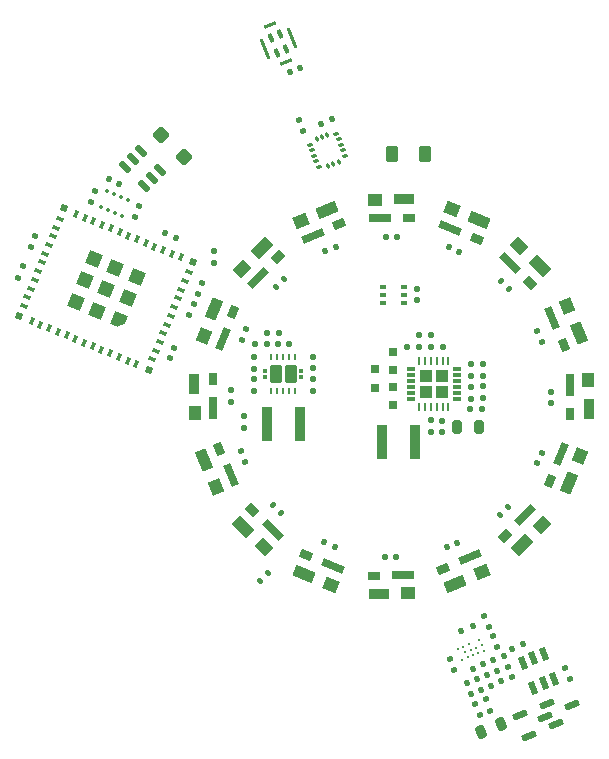
<source format=gtp>
%TF.GenerationSoftware,KiCad,Pcbnew,7.0.7*%
%TF.CreationDate,2023-09-11T21:54:18+02:00*%
%TF.ProjectId,blinkekatze,626c696e-6b65-46b6-9174-7a652e6b6963,rev?*%
%TF.SameCoordinates,Original*%
%TF.FileFunction,Paste,Top*%
%TF.FilePolarity,Positive*%
%FSLAX46Y46*%
G04 Gerber Fmt 4.6, Leading zero omitted, Abs format (unit mm)*
G04 Created by KiCad (PCBNEW 7.0.7) date 2023-09-11 21:54:18*
%MOMM*%
%LPD*%
G01*
G04 APERTURE LIST*
G04 Aperture macros list*
%AMRoundRect*
0 Rectangle with rounded corners*
0 $1 Rounding radius*
0 $2 $3 $4 $5 $6 $7 $8 $9 X,Y pos of 4 corners*
0 Add a 4 corners polygon primitive as box body*
4,1,4,$2,$3,$4,$5,$6,$7,$8,$9,$2,$3,0*
0 Add four circle primitives for the rounded corners*
1,1,$1+$1,$2,$3*
1,1,$1+$1,$4,$5*
1,1,$1+$1,$6,$7*
1,1,$1+$1,$8,$9*
0 Add four rect primitives between the rounded corners*
20,1,$1+$1,$2,$3,$4,$5,0*
20,1,$1+$1,$4,$5,$6,$7,0*
20,1,$1+$1,$6,$7,$8,$9,0*
20,1,$1+$1,$8,$9,$2,$3,0*%
%AMRotRect*
0 Rectangle, with rotation*
0 The origin of the aperture is its center*
0 $1 length*
0 $2 width*
0 $3 Rotation angle, in degrees counterclockwise*
0 Add horizontal line*
21,1,$1,$2,0,0,$3*%
%AMFreePoly0*
4,1,6,0.580000,-0.580000,-0.580000,-0.580000,-0.580000,0.084940,-0.084940,0.580000,0.580000,0.580000,0.580000,-0.580000,0.580000,-0.580000,$1*%
%AMFreePoly1*
4,1,5,0.280000,-0.280000,-0.280000,-0.280000,-0.280000,0.280000,0.280000,0.280000,0.280000,-0.280000,0.280000,-0.280000,$1*%
G04 Aperture macros list end*
%ADD10RotRect,1.040000X0.720000X45.000000*%
%ADD11RotRect,1.760000X0.960000X45.000000*%
%ADD12RotRect,1.200000X1.040000X45.000000*%
%ADD13RotRect,1.920000X0.640000X45.000000*%
%ADD14R,1.040000X0.720000*%
%ADD15R,1.760000X0.960000*%
%ADD16R,1.200000X1.040000*%
%ADD17R,1.920000X0.640000*%
%ADD18RotRect,1.040000X0.720000X67.500000*%
%ADD19RotRect,1.760000X0.960000X67.500000*%
%ADD20RotRect,1.200000X1.040000X67.500000*%
%ADD21RotRect,1.920000X0.640000X67.500000*%
%ADD22RotRect,1.040000X0.720000X22.500000*%
%ADD23RotRect,1.760000X0.960000X22.500000*%
%ADD24RotRect,1.200000X1.040000X22.500000*%
%ADD25RotRect,1.920000X0.640000X22.500000*%
%ADD26RotRect,1.040000X0.720000X247.500000*%
%ADD27RotRect,1.760000X0.960000X247.500000*%
%ADD28RotRect,1.200000X1.040000X247.500000*%
%ADD29RotRect,1.920000X0.640000X247.500000*%
%ADD30RotRect,1.040000X0.720000X337.500000*%
%ADD31RotRect,1.760000X0.960000X337.500000*%
%ADD32RotRect,1.200000X1.040000X337.500000*%
%ADD33RotRect,1.920000X0.640000X337.500000*%
%ADD34RotRect,1.040000X0.720000X202.500000*%
%ADD35RotRect,1.760000X0.960000X202.500000*%
%ADD36RotRect,1.200000X1.040000X202.500000*%
%ADD37RotRect,1.920000X0.640000X202.500000*%
%ADD38RotRect,1.040000X0.720000X157.500000*%
%ADD39RotRect,1.760000X0.960000X157.500000*%
%ADD40RotRect,1.200000X1.040000X157.500000*%
%ADD41RotRect,1.920000X0.640000X157.500000*%
%ADD42RotRect,1.040000X0.720000X225.000000*%
%ADD43RotRect,1.760000X0.960000X225.000000*%
%ADD44RotRect,1.200000X1.040000X225.000000*%
%ADD45RotRect,1.920000X0.640000X225.000000*%
%ADD46RotRect,1.040000X0.720000X292.500000*%
%ADD47RotRect,1.760000X0.960000X292.500000*%
%ADD48RotRect,1.200000X1.040000X292.500000*%
%ADD49RotRect,1.920000X0.640000X292.500000*%
%ADD50RotRect,1.040000X0.720000X135.000000*%
%ADD51RotRect,1.760000X0.960000X135.000000*%
%ADD52RotRect,1.200000X1.040000X135.000000*%
%ADD53RotRect,1.920000X0.640000X135.000000*%
%ADD54R,0.720000X1.040000*%
%ADD55R,0.960000X1.760000*%
%ADD56R,1.040000X1.200000*%
%ADD57R,0.640000X1.920000*%
%ADD58RotRect,1.040000X0.720000X315.000000*%
%ADD59RotRect,1.760000X0.960000X315.000000*%
%ADD60RotRect,1.200000X1.040000X315.000000*%
%ADD61RotRect,1.920000X0.640000X315.000000*%
%ADD62RotRect,1.040000X0.720000X112.500000*%
%ADD63RotRect,1.760000X0.960000X112.500000*%
%ADD64RotRect,1.200000X1.040000X112.500000*%
%ADD65RotRect,1.920000X0.640000X112.500000*%
%ADD66RoundRect,0.081000X0.213341X-0.057754X0.110017X0.191693X-0.213341X0.057754X-0.110017X-0.191693X0*%
%ADD67RoundRect,0.032500X-0.132089X-0.171070X0.214366X-0.027564X0.132089X0.171070X-0.214366X0.027564X0*%
%ADD68RoundRect,0.052500X-0.016740X-0.188235X0.144939X-0.121265X0.016740X0.188235X-0.144939X0.121265X0*%
%ADD69RotRect,0.280000X0.280000X157.500000*%
%ADD70R,0.960000X2.960000*%
%ADD71RoundRect,0.010000X0.250000X0.110000X-0.250000X0.110000X-0.250000X-0.110000X0.250000X-0.110000X0*%
%ADD72RoundRect,0.081000X0.135000X0.175000X-0.135000X0.175000X-0.135000X-0.175000X0.135000X-0.175000X0*%
%ADD73RoundRect,0.084000X0.192103X0.097941X-0.066583X0.205092X-0.192103X-0.097941X0.066583X-0.205092X0*%
%ADD74RoundRect,0.135000X0.245000X-0.225000X0.245000X0.225000X-0.245000X0.225000X-0.245000X-0.225000X0*%
%ADD75RoundRect,0.084000X0.205092X-0.066583X0.097941X0.192103X-0.205092X0.066583X-0.097941X-0.192103X0*%
%ADD76RoundRect,0.110000X-0.622254X0.014142X0.014142X-0.622254X0.622254X-0.014142X-0.014142X0.622254X0*%
%ADD77RoundRect,0.084000X-0.164000X0.140000X-0.164000X-0.140000X0.164000X-0.140000X0.164000X0.140000X0*%
%ADD78RoundRect,0.084000X-0.140000X-0.164000X0.140000X-0.164000X0.140000X0.164000X-0.140000X0.164000X0*%
%ADD79RoundRect,0.084000X-0.214960X-0.016971X-0.016971X-0.214960X0.214960X0.016971X0.016971X0.214960X0*%
%ADD80RoundRect,0.081000X-0.110017X0.191693X-0.213341X-0.057754X0.110017X-0.191693X0.213341X0.057754X0*%
%ADD81RoundRect,0.084000X0.066583X0.205092X-0.192103X0.097941X-0.066583X-0.205092X0.192103X-0.097941X0*%
%ADD82RoundRect,0.084000X-0.192103X-0.097941X0.066583X-0.205092X0.192103X0.097941X-0.066583X0.205092X0*%
%ADD83RoundRect,0.150000X-0.250000X-0.430000X0.250000X-0.430000X0.250000X0.430000X-0.250000X0.430000X0*%
%ADD84RoundRect,0.084000X0.016971X-0.214960X0.214960X-0.016971X-0.016971X0.214960X-0.214960X0.016971X0*%
%ADD85RoundRect,0.084000X-0.097941X0.192103X-0.205092X-0.066583X0.097941X-0.192103X0.205092X0.066583X0*%
%ADD86RoundRect,0.002500X-0.451892X-0.444248X0.633667X0.005405X0.451892X0.444248X-0.633667X-0.005405X0*%
%ADD87RoundRect,0.147500X-0.084661X-0.481555X0.400375X-0.280646X0.084661X0.481555X-0.400375X0.280646X0*%
%ADD88RoundRect,0.084000X-0.066583X-0.205092X0.192103X-0.097941X0.066583X0.205092X-0.192103X0.097941X0*%
%ADD89RoundRect,0.081000X-0.135000X-0.175000X0.135000X-0.175000X0.135000X0.175000X-0.135000X0.175000X0*%
%ADD90RoundRect,0.081000X-0.213341X0.057754X-0.110017X-0.191693X0.213341X-0.057754X0.110017X0.191693X0*%
%ADD91RoundRect,0.081000X-0.057754X-0.213341X0.191693X-0.110017X0.057754X0.213341X-0.191693X0.110017X0*%
%ADD92RoundRect,0.084000X-0.205092X0.066583X-0.097941X-0.192103X0.205092X-0.066583X0.097941X0.192103X0*%
%ADD93RoundRect,0.084000X-0.016971X0.214960X-0.214960X0.016971X0.016971X-0.214960X0.214960X-0.016971X0*%
%ADD94RoundRect,0.081000X0.175000X-0.135000X0.175000X0.135000X-0.175000X0.135000X-0.175000X-0.135000X0*%
%ADD95RoundRect,0.125000X0.375000X0.575000X-0.375000X0.575000X-0.375000X-0.575000X0.375000X-0.575000X0*%
%ADD96RoundRect,0.084000X0.164000X-0.140000X0.164000X0.140000X-0.164000X0.140000X-0.164000X-0.140000X0*%
%ADD97RoundRect,0.081000X0.057754X0.213341X-0.191693X0.110017X-0.057754X-0.213341X0.191693X-0.110017X0*%
%ADD98RoundRect,0.135000X-0.245000X0.225000X-0.245000X-0.225000X0.245000X-0.225000X0.245000X0.225000X0*%
%ADD99RoundRect,0.084000X0.140000X0.164000X-0.140000X0.164000X-0.140000X-0.164000X0.140000X-0.164000X0*%
%ADD100RoundRect,0.017500X0.401688X-0.388341X0.009438X0.558635X-0.401688X0.388341X-0.009438X-0.558635X0*%
%ADD101RotRect,0.640000X0.320000X157.500000*%
%ADD102RotRect,0.640000X0.320000X247.500000*%
%ADD103FreePoly0,157.500000*%
%ADD104RotRect,1.160000X1.160000X157.500000*%
%ADD105FreePoly1,157.500000*%
%ADD106RoundRect,0.025000X0.145000X-0.100000X0.145000X0.100000X-0.145000X0.100000X-0.145000X-0.100000X0*%
%ADD107RoundRect,0.106000X0.424000X-0.644000X0.424000X0.644000X-0.424000X0.644000X-0.424000X-0.644000X0*%
%ADD108R,0.192000X0.480000*%
%ADD109RoundRect,0.081000X-0.191693X-0.110017X0.057754X-0.213341X0.191693X0.110017X-0.057754X0.213341X0*%
%ADD110RoundRect,0.250000X0.295000X0.295000X-0.295000X0.295000X-0.295000X-0.295000X0.295000X-0.295000X0*%
%ADD111RoundRect,0.000000X0.330000X0.100000X-0.330000X0.100000X-0.330000X-0.100000X0.330000X-0.100000X0*%
%ADD112RoundRect,0.037500X0.062500X0.292500X-0.062500X0.292500X-0.062500X-0.292500X0.062500X-0.292500X0*%
%ADD113RoundRect,0.084000X0.097941X-0.192103X0.205092X0.066583X-0.097941X0.192103X-0.205092X-0.066583X0*%
%ADD114RoundRect,0.084000X0.214960X0.016971X0.016971X0.214960X-0.214960X-0.016971X-0.016971X-0.214960X0*%
%ADD115C,0.196000*%
%ADD116RotRect,0.360000X0.760000X22.500000*%
%ADD117RotRect,0.280000X1.840000X22.500000*%
%ADD118RotRect,1.040000X0.280000X22.500000*%
%ADD119RoundRect,0.017500X-0.519723X0.205061X0.205061X-0.519723X0.519723X-0.205061X-0.205061X0.519723X0*%
%ADD120RoundRect,0.081000X-0.028284X0.219203X-0.219203X0.028284X0.028284X-0.219203X0.219203X-0.028284X0*%
G04 APERTURE END LIST*
D10*
%TO.C,D15*%
X90411701Y-88190381D03*
D11*
X88997487Y-87412563D03*
D12*
X87300431Y-89180330D03*
D13*
X88714645Y-89958148D03*
%TD*%
D14*
%TO.C,D13*%
X101500000Y-84850000D03*
D15*
X101050000Y-83300000D03*
D16*
X98600000Y-83350000D03*
D17*
X99050000Y-84900000D03*
%TD*%
D18*
%TO.C,D16*%
X86609323Y-92789462D03*
D19*
X85005102Y-92612048D03*
D20*
X84113721Y-94894687D03*
D21*
X85717942Y-95072101D03*
%TD*%
D22*
%TO.C,D14*%
X95561100Y-85411272D03*
D23*
X94552195Y-84151467D03*
D24*
X92307824Y-85135235D03*
D25*
X93316730Y-86395041D03*
%TD*%
D26*
%TO.C,D8*%
X113440677Y-107160538D03*
D27*
X115044898Y-107337952D03*
D28*
X115936279Y-105055313D03*
D29*
X114332058Y-104877899D03*
%TD*%
D30*
%TO.C,D12*%
X107210538Y-86609323D03*
D31*
X107387952Y-85005102D03*
D32*
X105105313Y-84113721D03*
D33*
X104927899Y-85717942D03*
%TD*%
D34*
%TO.C,D6*%
X104388900Y-114588728D03*
D35*
X105397805Y-115848533D03*
D36*
X107642176Y-114864765D03*
D37*
X106633270Y-113604959D03*
%TD*%
D38*
%TO.C,D4*%
X92789462Y-113440677D03*
D39*
X92612048Y-115044898D03*
D40*
X94894687Y-115936279D03*
D41*
X95072101Y-114332058D03*
%TD*%
D42*
%TO.C,D7*%
X109638299Y-111809619D03*
D43*
X111052513Y-112587437D03*
D44*
X112749569Y-110819670D03*
D45*
X111335355Y-110041852D03*
%TD*%
D46*
%TO.C,D10*%
X114588728Y-95611100D03*
D47*
X115848533Y-94602195D03*
D48*
X114864765Y-92357824D03*
D49*
X113604959Y-93366730D03*
%TD*%
D50*
%TO.C,D3*%
X88190381Y-109588299D03*
D51*
X87412563Y-111002513D03*
D52*
X89180330Y-112699569D03*
D53*
X89958148Y-111285355D03*
%TD*%
D54*
%TO.C,D1*%
X84850000Y-98500000D03*
D55*
X83300000Y-98950000D03*
D56*
X83350000Y-101400000D03*
D57*
X84900000Y-100950000D03*
%TD*%
D14*
%TO.C,D5*%
X98500000Y-115150000D03*
D15*
X98950000Y-116700000D03*
D16*
X101400000Y-116650000D03*
D17*
X100950000Y-115100000D03*
%TD*%
D54*
%TO.C,D9*%
X115150000Y-101450000D03*
D55*
X116700000Y-101000000D03*
D56*
X116650000Y-98550000D03*
D57*
X115100000Y-99000000D03*
%TD*%
D58*
%TO.C,D11*%
X111759619Y-90361701D03*
D59*
X112537437Y-88947487D03*
D60*
X110769670Y-87250431D03*
D61*
X109991852Y-88664645D03*
%TD*%
D62*
%TO.C,D2*%
X85411272Y-104388900D03*
D63*
X84151467Y-105397805D03*
D64*
X85135235Y-107642176D03*
D65*
X86395041Y-106633270D03*
%TD*%
D66*
%TO.C,R6*%
X108354952Y-126567013D03*
X107964614Y-125624655D03*
%TD*%
D67*
%TO.C,U10*%
X93071128Y-78689816D03*
X93262470Y-79151755D03*
X93453812Y-79613695D03*
X93645153Y-80075635D03*
X93836495Y-80537575D03*
D68*
X94592411Y-80468002D03*
X95054351Y-80276660D03*
X95516291Y-80085319D03*
D67*
X96100000Y-79600000D03*
X95908658Y-79138061D03*
X95717316Y-78676121D03*
X95525975Y-78214181D03*
X95334633Y-77752241D03*
D68*
X94578717Y-77821814D03*
X94116777Y-78013156D03*
X93654837Y-78204497D03*
%TD*%
D69*
%TO.C,U5*%
X77173337Y-84692929D03*
X76572815Y-84444185D03*
X75972294Y-84195441D03*
X75371772Y-83946696D03*
X75926663Y-82607071D03*
X76527185Y-82855815D03*
X77127706Y-83104559D03*
X77728228Y-83353304D03*
%TD*%
D70*
%TO.C,L4*%
X92235000Y-102275000D03*
X89435000Y-102275000D03*
%TD*%
D71*
%TO.C,U7*%
X101050000Y-92050000D03*
X101050000Y-91400000D03*
X101050000Y-90750000D03*
X99250000Y-90750000D03*
X99250000Y-91400000D03*
X99250000Y-92050000D03*
%TD*%
D72*
%TO.C,R14*%
X102322502Y-95750000D03*
X101302502Y-95750000D03*
%TD*%
D73*
%TO.C,C5*%
X95186924Y-112707376D03*
X94300000Y-112340000D03*
%TD*%
D74*
%TO.C,C32*%
X100112502Y-97725000D03*
X100112502Y-96175000D03*
%TD*%
D75*
%TO.C,C26*%
X110217376Y-123736924D03*
X109850000Y-122850000D03*
%TD*%
D76*
%TO.C,C17*%
X80493655Y-77815406D03*
X82402843Y-79724594D03*
%TD*%
D77*
%TO.C,C72*%
X93334999Y-98514999D03*
X93334999Y-99474999D03*
%TD*%
D78*
%TO.C,C73*%
X90375000Y-95574999D03*
X91335000Y-95574999D03*
%TD*%
D79*
%TO.C,C12*%
X109270589Y-90170589D03*
X109949411Y-90849411D03*
%TD*%
D77*
%TO.C,C74*%
X88375000Y-98515001D03*
X88375000Y-99475001D03*
%TD*%
D80*
%TO.C,R19*%
X68765169Y-88968821D03*
X68374831Y-89911179D03*
%TD*%
D81*
%TO.C,C20*%
X107252823Y-123906239D03*
X106365899Y-124273615D03*
%TD*%
%TO.C,C68*%
X92293462Y-72166312D03*
X91406538Y-72533688D03*
%TD*%
D82*
%TO.C,C13*%
X104826538Y-87346312D03*
X105713462Y-87713688D03*
%TD*%
D83*
%TO.C,C28*%
X105512502Y-102575000D03*
X107412502Y-102575000D03*
%TD*%
D84*
%TO.C,C16*%
X90190589Y-90679411D03*
X90869411Y-90000589D03*
%TD*%
D85*
%TO.C,C9*%
X112713688Y-104736538D03*
X112346312Y-105623462D03*
%TD*%
D86*
%TO.C,Q1*%
X110904177Y-126939846D03*
X111631275Y-128695217D03*
X113000000Y-127100000D03*
%TD*%
D87*
%TO.C,R4*%
X107604997Y-128382178D03*
X109291077Y-127683780D03*
%TD*%
D88*
%TO.C,C21*%
X106710970Y-125158954D03*
X107597894Y-124791578D03*
%TD*%
D89*
%TO.C,R48*%
X88425001Y-95575000D03*
X89445001Y-95575000D03*
%TD*%
D90*
%TO.C,R9*%
X104910294Y-122170565D03*
X105300632Y-123112923D03*
%TD*%
D91*
%TO.C,R11*%
X110228821Y-121345169D03*
X111171179Y-120954831D03*
%TD*%
D92*
%TO.C,C23*%
X108571915Y-120296683D03*
X108939291Y-121183607D03*
%TD*%
D74*
%TO.C,C31*%
X98612502Y-99225000D03*
X98612502Y-97675000D03*
%TD*%
D93*
%TO.C,C8*%
X109829411Y-109310589D03*
X109150589Y-109989411D03*
%TD*%
D94*
%TO.C,R15*%
X107712502Y-98245000D03*
X107712502Y-97225000D03*
%TD*%
D95*
%TO.C,F1*%
X102875000Y-79450000D03*
X100075000Y-79450000D03*
%TD*%
D81*
%TO.C,C7*%
X105566924Y-112342624D03*
X104680000Y-112710000D03*
%TD*%
D78*
%TO.C,C14*%
X99540000Y-86460000D03*
X100500000Y-86460000D03*
%TD*%
D96*
%TO.C,C2*%
X86450000Y-100410000D03*
X86450000Y-99450000D03*
%TD*%
D97*
%TO.C,R12*%
X106863761Y-119413107D03*
X105921403Y-119803445D03*
%TD*%
D96*
%TO.C,C71*%
X93335000Y-97555000D03*
X93335000Y-96595000D03*
%TD*%
D94*
%TO.C,R46*%
X85000000Y-88660000D03*
X85000000Y-87640000D03*
%TD*%
D98*
%TO.C,C30*%
X100112502Y-99175000D03*
X100112502Y-100725000D03*
%TD*%
D94*
%TO.C,R18*%
X106712501Y-100165000D03*
X106712501Y-99145000D03*
%TD*%
D99*
%TO.C,C6*%
X100410000Y-113530000D03*
X99450000Y-113530000D03*
%TD*%
D100*
%TO.C,U4*%
X111994629Y-124627097D03*
X112872314Y-124263548D03*
X113750000Y-123899999D03*
X112879395Y-121798173D03*
X112001710Y-122161722D03*
X111124024Y-122525271D03*
%TD*%
D101*
%TO.C,U1*%
X79760384Y-96843480D03*
X80066530Y-96104377D03*
X80372677Y-95365273D03*
X80678824Y-94626170D03*
X80984970Y-93887066D03*
X81291117Y-93147962D03*
X81597264Y-92408859D03*
X81903411Y-91669755D03*
X82209557Y-90930651D03*
X82515704Y-90191548D03*
X82821851Y-89452444D03*
D102*
X82149999Y-88200001D03*
X81410895Y-87893854D03*
X80671791Y-87587707D03*
X79932688Y-87281561D03*
X79193584Y-86975414D03*
X78454480Y-86669267D03*
X77715377Y-86363120D03*
X76976273Y-86056974D03*
X76237170Y-85750827D03*
X75498066Y-85444680D03*
X74758962Y-85138533D03*
X74019859Y-84832387D03*
X73280755Y-84526240D03*
D101*
X71920072Y-84936780D03*
X71613926Y-85675883D03*
X71307779Y-86414987D03*
X71001632Y-87154090D03*
X70695486Y-87893194D03*
X70389339Y-88632298D03*
X70083192Y-89371401D03*
X69777045Y-90110505D03*
X69470899Y-90849609D03*
X69164752Y-91588712D03*
X68858605Y-92327816D03*
D102*
X69530457Y-93580259D03*
X70269561Y-93886406D03*
X71008665Y-94192553D03*
X71747768Y-94498699D03*
X72486872Y-94804846D03*
X73225976Y-95110993D03*
X73965079Y-95417140D03*
X74704183Y-95723286D03*
X75443286Y-96029433D03*
X76182390Y-96335580D03*
X76921494Y-96641727D03*
X77660597Y-96947873D03*
X78399701Y-97254020D03*
D103*
X76909090Y-93470592D03*
D104*
X77664890Y-91645930D03*
X78420690Y-89821268D03*
X75084428Y-92714792D03*
X75840228Y-90890130D03*
X76596028Y-89065468D03*
X73259766Y-91958992D03*
X74015566Y-90134330D03*
X74771366Y-88309668D03*
D105*
X68448862Y-93186367D03*
X72237428Y-84039960D03*
X83231594Y-88593893D03*
X79443028Y-97740300D03*
%TD*%
D97*
%TO.C,R10*%
X109531569Y-121934078D03*
X108589211Y-122324416D03*
%TD*%
D85*
%TO.C,C70*%
X78633688Y-83856538D03*
X78266312Y-84743462D03*
%TD*%
D96*
%TO.C,C67*%
X102190001Y-91849995D03*
X102190001Y-90889995D03*
%TD*%
%TO.C,C27*%
X103312500Y-102955000D03*
X103312500Y-101995000D03*
%TD*%
D106*
%TO.C,U9*%
X89305000Y-98325000D03*
X92365000Y-98325000D03*
D107*
X90205000Y-98075000D03*
X91465000Y-98075000D03*
D106*
X89305000Y-97825000D03*
X92365000Y-97825000D03*
D108*
X89835000Y-99475000D03*
X90335000Y-99475000D03*
X90835000Y-99475000D03*
X91335000Y-99475000D03*
X91835000Y-99475000D03*
X91835000Y-96675000D03*
X91335000Y-96675000D03*
X90835000Y-96675000D03*
X90335000Y-96675000D03*
X89835000Y-96675000D03*
%TD*%
D88*
%TO.C,C15*%
X94386538Y-87653688D03*
X95273462Y-87286312D03*
%TD*%
D109*
%TO.C,R45*%
X80850000Y-86150000D03*
X81792358Y-86540338D03*
%TD*%
D90*
%TO.C,R7*%
X107852470Y-118559789D03*
X108242808Y-119502147D03*
%TD*%
D73*
%TO.C,C69*%
X76950000Y-81950000D03*
X76063076Y-81582624D03*
%TD*%
D99*
%TO.C,C33*%
X107635000Y-101050000D03*
X106675000Y-101050000D03*
%TD*%
D80*
%TO.C,R43*%
X74916941Y-82575517D03*
X74526603Y-83517875D03*
%TD*%
D77*
%TO.C,C10*%
X113530000Y-99590000D03*
X113530000Y-100550000D03*
%TD*%
D66*
%TO.C,R8*%
X115095169Y-123871179D03*
X114704831Y-122928821D03*
%TD*%
D89*
%TO.C,R13*%
X102302502Y-94750000D03*
X103322502Y-94750000D03*
%TD*%
%TO.C,R49*%
X89425002Y-94575000D03*
X90445002Y-94575000D03*
%TD*%
D96*
%TO.C,C75*%
X88375000Y-97625000D03*
X88375000Y-96665000D03*
%TD*%
D77*
%TO.C,C29*%
X104262502Y-102025000D03*
X104262502Y-102985000D03*
%TD*%
D80*
%TO.C,R44*%
X83971481Y-90367283D03*
X83581143Y-91309641D03*
%TD*%
D110*
%TO.C,U8*%
X104250000Y-99575000D03*
X104250000Y-98225000D03*
X102900000Y-99575000D03*
X102900000Y-98225000D03*
D111*
X105537500Y-100150000D03*
X105537500Y-99650000D03*
X105537500Y-99150000D03*
X105537500Y-98650000D03*
X105537500Y-98150000D03*
X105537500Y-97650000D03*
D112*
X104825000Y-96937500D03*
X104325000Y-96937500D03*
X103825000Y-96937500D03*
X103325000Y-96937500D03*
X102825000Y-96937500D03*
X102325000Y-96937500D03*
D111*
X101612500Y-97650000D03*
X101612500Y-98150000D03*
X101612500Y-98650000D03*
X101612500Y-99150000D03*
X101612500Y-99650000D03*
X101612500Y-100150000D03*
D112*
X102325000Y-100862500D03*
X102825000Y-100862500D03*
X103325000Y-100862500D03*
X103825000Y-100862500D03*
X104325000Y-100862500D03*
X104825000Y-100862500D03*
%TD*%
D92*
%TO.C,C11*%
X112336312Y-94456538D03*
X112703688Y-95343462D03*
%TD*%
D113*
%TO.C,C1*%
X87332624Y-95186924D03*
X87700000Y-94300000D03*
%TD*%
D88*
%TO.C,C19*%
X94056538Y-76883688D03*
X94943462Y-76516312D03*
%TD*%
D80*
%TO.C,R20*%
X69835169Y-86408821D03*
X69444831Y-87351179D03*
%TD*%
D66*
%TO.C,R5*%
X107473439Y-126921323D03*
X107083101Y-125978965D03*
%TD*%
D81*
%TO.C,C24*%
X108943522Y-123205928D03*
X108056598Y-123573304D03*
%TD*%
D114*
%TO.C,C4*%
X90668822Y-109808822D03*
X89990000Y-109130000D03*
%TD*%
D94*
%TO.C,R16*%
X106712502Y-98250000D03*
X106712502Y-97230000D03*
%TD*%
D86*
%TO.C,Q2*%
X113170314Y-125981080D03*
X113897412Y-127736451D03*
X115266137Y-126141234D03*
%TD*%
D115*
%TO.C,U2*%
X105979322Y-122268956D03*
X105596639Y-121345077D03*
X106441262Y-122077614D03*
X106249920Y-121615675D03*
X106058579Y-121153735D03*
X106903202Y-121886273D03*
X106711860Y-121424333D03*
X106520518Y-120962393D03*
X107365141Y-121694931D03*
X107173800Y-121232991D03*
X107827081Y-121503589D03*
X107635740Y-121041650D03*
X107444398Y-120579710D03*
%TD*%
D116*
%TO.C,U6*%
X91061089Y-70554670D03*
X90544466Y-69307433D03*
X89759169Y-69632714D03*
X90275792Y-70879951D03*
D117*
X89278377Y-70562479D03*
D118*
X89750000Y-68500000D03*
X91070258Y-71687384D03*
D117*
X91541881Y-69624905D03*
%TD*%
D113*
%TO.C,C66*%
X82882624Y-93061924D03*
X83250000Y-92175000D03*
%TD*%
D94*
%TO.C,R17*%
X107712504Y-100120000D03*
X107712504Y-99100000D03*
%TD*%
%TO.C,R1*%
X87500000Y-102660000D03*
X87500000Y-101640000D03*
%TD*%
D70*
%TO.C,L2*%
X102012502Y-103850000D03*
X99212502Y-103850000D03*
%TD*%
D119*
%TO.C,U3*%
X78771751Y-79166498D03*
X78100000Y-79838249D03*
X77428249Y-80510000D03*
X79036917Y-82118668D03*
X79708668Y-81446917D03*
X80380419Y-80775166D03*
%TD*%
D88*
%TO.C,C22*%
X108420147Y-124450990D03*
X109307071Y-124083614D03*
%TD*%
D120*
%TO.C,R2*%
X89550000Y-114900000D03*
X88828752Y-115621248D03*
%TD*%
D75*
%TO.C,C3*%
X87617376Y-105516924D03*
X87250000Y-104630000D03*
%TD*%
D85*
%TO.C,C65*%
X81600000Y-95850000D03*
X81232624Y-96736924D03*
%TD*%
D89*
%TO.C,R3*%
X103302502Y-95750000D03*
X104322502Y-95750000D03*
%TD*%
D92*
%TO.C,C18*%
X92166312Y-76606538D03*
X92533688Y-77493462D03*
%TD*%
D88*
%TO.C,C25*%
X106880035Y-123032380D03*
X107766959Y-122665004D03*
%TD*%
M02*

</source>
